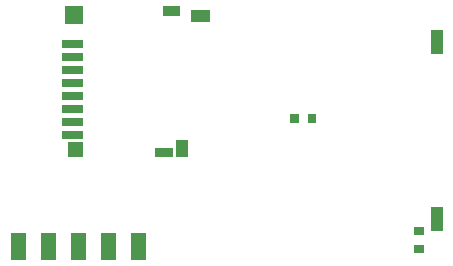
<source format=gbr>
G04 start of page 11 for group -4014 idx -4014 *
G04 Title: riffle, bottompaste *
G04 Creator: pcb 20140316 *
G04 CreationDate: Tue 16 Sep 2014 06:45:31 PM GMT UTC *
G04 For: ben *
G04 Format: Gerber/RS-274X *
G04 PCB-Dimensions (mil): 6000.00 5000.00 *
G04 PCB-Coordinate-Origin: lower left *
%MOIN*%
%FSLAX25Y25*%
%LNBOTTOMPASTE*%
%ADD107R,0.0400X0.0400*%
%ADD106R,0.0500X0.0500*%
%ADD105R,0.0394X0.0394*%
%ADD104R,0.0315X0.0315*%
%ADD103C,0.0001*%
%ADD102R,0.0276X0.0276*%
G54D102*X295803Y280000D02*X296197D01*
X295803Y274094D02*X296197D01*
X260453Y317697D02*Y317303D01*
X254547Y317697D02*Y317303D01*
X178602Y312012D02*X182539D01*
X178602Y316343D02*X182539D01*
X178602Y320673D02*X182539D01*
X178602Y325004D02*X182539D01*
X178602Y329335D02*X182539D01*
X178602Y333665D02*X182539D01*
X178602Y337996D02*X182539D01*
X178602Y342327D02*X182539D01*
G54D103*G36*
X178996Y309846D02*Y304728D01*
X184114D01*
Y309846D01*
X178996D01*
G37*
G36*
X178209Y354925D02*Y349020D01*
X184114D01*
Y354925D01*
X178209D01*
G37*
G54D104*X209705Y306303D02*X212461D01*
G54D105*X216988Y308469D02*Y306697D01*
G54D104*X212461Y353350D02*X214823D01*
G54D105*X222106Y351776D02*X224272D01*
G54D106*X162500Y277000D02*Y273000D01*
X172500Y277000D02*Y273000D01*
X182500Y277000D02*Y273000D01*
X192500Y277000D02*Y273000D01*
X202500Y277000D02*Y273000D01*
G54D107*X302000Y345000D02*Y341000D01*
Y286000D02*Y282000D01*
M02*

</source>
